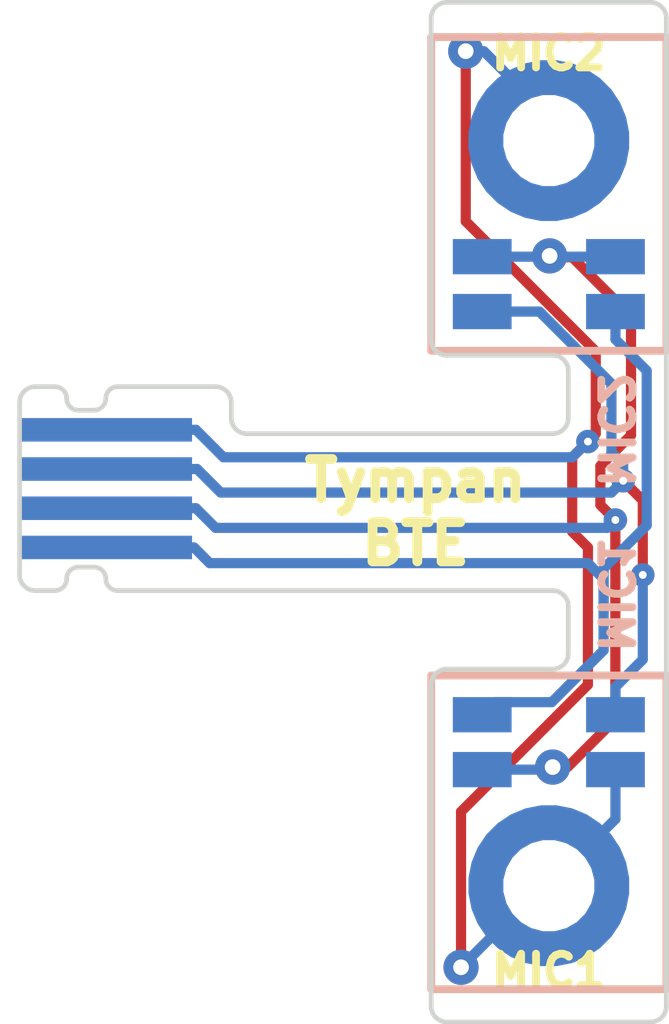
<source format=kicad_pcb>
(kicad_pcb (version 20171130) (host pcbnew "(5.1.4-0-10_14)")

  (general
    (thickness 1.6)
    (drawings 365)
    (tracks 89)
    (zones 0)
    (modules 3)
    (nets 5)
  )

  (page USLetter)
  (title_block
    (title "Tympan BTE Flex Circuit Board")
    (date 2019-09-18)
    (rev V1)
    (company "Solutions Design & Prototyping")
  )

  (layers
    (0 F.Cu signal)
    (31 B.Cu signal)
    (32 B.Adhes user)
    (33 F.Adhes user)
    (34 B.Paste user)
    (35 F.Paste user)
    (36 B.SilkS user)
    (37 F.SilkS user)
    (38 B.Mask user)
    (39 F.Mask user)
    (40 Dwgs.User user)
    (41 Cmts.User user hide)
    (42 Eco1.User user)
    (43 Eco2.User user hide)
    (44 Edge.Cuts user)
    (45 Margin user)
    (46 B.CrtYd user)
    (47 F.CrtYd user)
    (48 B.Fab user hide)
    (49 F.Fab user hide)
  )

  (setup
    (last_trace_width 0.13)
    (user_trace_width 0.13)
    (trace_clearance 0.0762)
    (zone_clearance 0.01)
    (zone_45_only no)
    (trace_min 0.125)
    (via_size 0.45)
    (via_drill 0.2)
    (via_min_size 0.2)
    (via_min_drill 0.1)
    (user_via 0.3 0.1)
    (uvia_size 0.3)
    (uvia_drill 0.1)
    (uvias_allowed no)
    (uvia_min_size 0.2)
    (uvia_min_drill 0.1)
    (edge_width 0.06)
    (segment_width 0.1)
    (pcb_text_width 0.125)
    (pcb_text_size 0.5 0.5)
    (mod_edge_width 0.15)
    (mod_text_size 0.5 0.5)
    (mod_text_width 0.125)
    (pad_size 0.3 2.35)
    (pad_drill 0)
    (pad_to_mask_clearance 0.051)
    (solder_mask_min_width 0.25)
    (aux_axis_origin 0 0)
    (grid_origin 124.658547 106.317462)
    (visible_elements FFFFFF7F)
    (pcbplotparams
      (layerselection 0x01474_ffffffff)
      (usegerberextensions false)
      (usegerberattributes false)
      (usegerberadvancedattributes false)
      (creategerberjobfile false)
      (excludeedgelayer true)
      (linewidth 0.100000)
      (plotframeref false)
      (viasonmask false)
      (mode 1)
      (useauxorigin false)
      (hpglpennumber 1)
      (hpglpenspeed 20)
      (hpglpendiameter 15.000000)
      (psnegative false)
      (psa4output false)
      (plotreference true)
      (plotvalue true)
      (plotinvisibletext false)
      (padsonsilk false)
      (subtractmaskfromsilk false)
      (outputformat 1)
      (mirror false)
      (drillshape 0)
      (scaleselection 1)
      (outputdirectory "plots/"))
  )

  (net 0 "")
  (net 1 VDD)
  (net 2 GND)
  (net 3 /DATA)
  (net 4 /CLK)

  (net_class Default "This is the default net class."
    (clearance 0.0762)
    (trace_width 0.13)
    (via_dia 0.45)
    (via_drill 0.2)
    (uvia_dia 0.3)
    (uvia_drill 0.1)
    (add_net /CLK)
    (add_net /DATA)
    (add_net GND)
    (add_net VDD)
  )

  (module "Tympan_BTE_Flex:10062827-0410EDHLF FPC Flex" (layer B.Cu) (tedit 5D816D8A) (tstamp 5D8183C5)
    (at 116.408547 111.217462 270)
    (path /5D12718A)
    (fp_text reference FPC1 (at 1.325 1.225 270) (layer Cmts.User)
      (effects (font (size 0.5 0.5) (thickness 0.125)) (justify mirror))
    )
    (fp_text value FPC_MALE (at 0.325 -7.775 90) (layer B.Fab)
      (effects (font (size 1 1) (thickness 0.15)) (justify mirror))
    )
    (fp_line (start 0.3 -0.75) (end 0.3 -0.95) (layer Dwgs.User) (width 0.05))
    (fp_line (start 0 -1.25) (end 0 -2.2) (layer Dwgs.User) (width 0.05))
    (fp_line (start 2.6 -1.25) (end 2.6 -2.2) (layer Dwgs.User) (width 0.05))
    (fp_line (start 0 -0.45) (end 0 -0.2) (layer Dwgs.User) (width 0.05))
    (fp_line (start 2.3 -0.75) (end 2.3 -0.95) (layer Dwgs.User) (width 0.05))
    (fp_line (start 2.6 -0.2) (end 2.6 -0.45) (layer Dwgs.User) (width 0.05))
    (fp_line (start 0.2 0) (end 2.4 0) (layer Dwgs.User) (width 0.05))
    (fp_arc (start 2.45 -1.25) (end 2.6 -1.25) (angle 90) (layer Dwgs.User) (width 0.05))
    (fp_arc (start 2.45 -0.95) (end 2.3 -0.95) (angle 90) (layer Dwgs.User) (width 0.05))
    (fp_arc (start 2.45 -0.75) (end 2.45 -0.6) (angle 90) (layer Dwgs.User) (width 0.05))
    (fp_arc (start 2.45 -0.45) (end 2.45 -0.6) (angle 90) (layer Dwgs.User) (width 0.05))
    (fp_arc (start 2.4 -0.2) (end 2.6 -0.2) (angle 90) (layer Dwgs.User) (width 0.05))
    (fp_arc (start 0.2 -0.2) (end 0.2 0) (angle 90) (layer Dwgs.User) (width 0.05))
    (fp_arc (start 0.15 -0.95) (end 0.15 -1.1) (angle 90) (layer Dwgs.User) (width 0.05))
    (fp_arc (start 0.15 -1.25) (end 0.15 -1.1) (angle 90) (layer Dwgs.User) (width 0.05))
    (fp_arc (start 0.15 -0.75) (end 0.3 -0.75) (angle 90) (layer Dwgs.User) (width 0.05))
    (fp_arc (start 0.15 -0.45) (end 0 -0.45) (angle 90) (layer Dwgs.User) (width 0.05))
    (fp_line (start 2.6 -2.2) (end 0 -2.2) (layer Dwgs.User) (width 0.05))
    (pad 1 smd rect (at 2.05 -1.1 270) (size 0.3 2.2) (layers B.Cu B.Mask)
      (net 3 /DATA))
    (pad 2 smd rect (at 1.55 -1.1 270) (size 0.3 2.2) (layers B.Cu B.Mask)
      (net 1 VDD))
    (pad 3 smd rect (at 1.05 -1.1 270) (size 0.3 2.2) (layers B.Cu B.Mask)
      (net 4 /CLK))
    (pad 4 smd rect (at 0.55 -1.1 270) (size 0.3 2.2) (layers B.Cu B.Mask)
      (net 2 GND))
  )

  (module Tympan_BTE_Flex:IM69D130 (layer B.Cu) (tedit 5D12901D) (tstamp 5D13D451)
    (at 123.16 117.58 270)
    (path /5D1271E0)
    (fp_text reference MIC1 (at 1.087462 0.001453) (layer F.SilkS)
      (effects (font (size 0.4 0.4) (thickness 0.1)))
    )
    (fp_text value IM69D130 (at -0.5 -2.5 270) (layer B.Fab)
      (effects (font (size 1 1) (thickness 0.15)) (justify mirror))
    )
    (fp_line (start -2.68 -1.5) (end -2.68 1.5) (layer B.SilkS) (width 0.1))
    (fp_line (start 1.32 -1.5) (end -2.68 -1.5) (layer B.SilkS) (width 0.1))
    (fp_line (start 1.32 1.5) (end 1.32 -1.5) (layer B.SilkS) (width 0.1))
    (fp_line (start -2.68 1.5) (end 1.32 1.5) (layer B.SilkS) (width 0.1))
    (fp_arc (start 0 0) (end -0.123853 0.794518) (angle 25) (layer B.Paste) (width 0.4))
    (fp_arc (start 0 0) (end 0.626146 0.504519) (angle 25) (layer B.Paste) (width 0.4))
    (fp_arc (start 0 0) (end 0.749999 -0.289999) (angle 25) (layer B.Paste) (width 0.4))
    (fp_arc (start 0 0) (end 0.123853 -0.794518) (angle 25) (layer B.Paste) (width 0.4))
    (fp_arc (start 0 0) (end -0.626146 -0.504519) (angle 25) (layer B.Paste) (width 0.4))
    (fp_arc (start 0 0) (end -0.749999 0.289999) (angle 25) (layer B.Paste) (width 0.4))
    (fp_line (start -1.48 0.75) (end -1.48 0.95) (layer B.Paste) (width 0.4))
    (fp_line (start -1.48 -0.95) (end -1.48 -0.75) (layer B.Paste) (width 0.4))
    (fp_line (start -2.18 -0.95) (end -2.18 -0.75) (layer B.Paste) (width 0.4))
    (fp_line (start -2.18 0.75) (end -2.18 0.95) (layer B.Paste) (width 0.4))
    (pad "" np_thru_hole circle (at 0 0 270) (size 0.8 0.8) (drill 0.8) (layers *.Cu *.Mask))
    (pad 5 smd custom (at 0.805 0 270) (size 0.4 0.4) (layers B.Cu B.Mask)
      (net 2 GND) (zone_connect 0)
      (options (clearance outline) (anchor circle))
      (primitives
        (gr_circle (center -0.805 0) (end 0 0) (width 0.45))
      ))
    (pad 4 smd rect (at -1.48 -0.85 270) (size 0.45 0.75) (layers B.Cu B.Mask)
      (net 2 GND))
    (pad 3 smd rect (at -2.18 -0.85 270) (size 0.45 0.75) (layers B.Cu B.Mask)
      (net 4 /CLK))
    (pad 2 smd rect (at -1.48 0.85 270) (size 0.45 0.75) (layers B.Cu B.Mask)
      (net 1 VDD))
    (pad 1 smd rect (at -2.18 0.85 270) (size 0.45 0.75) (layers B.Cu B.Mask)
      (net 3 /DATA))
  )

  (module Tympan_BTE_Flex:IM69D130 (layer B.Cu) (tedit 5D129002) (tstamp 5D129DEB)
    (at 123.16 108.76 90)
    (path /5D1272AA)
    (fp_text reference MIC2 (at 1.792538 -0.001453 180) (layer F.SilkS)
      (effects (font (size 0.4 0.4) (thickness 0.1)))
    )
    (fp_text value IM69D130 (at -0.5 -2.5 90) (layer B.Fab)
      (effects (font (size 1 1) (thickness 0.15)) (justify mirror))
    )
    (fp_line (start -2 -1.5) (end -2 1.5) (layer B.SilkS) (width 0.1))
    (fp_line (start 2 -1.5) (end -2 -1.5) (layer B.SilkS) (width 0.1))
    (fp_line (start 2 1.5) (end 2 -1.5) (layer B.SilkS) (width 0.1))
    (fp_line (start -2 1.5) (end 2 1.5) (layer B.SilkS) (width 0.1))
    (fp_arc (start 0.68 0) (end 0.556147 0.794518) (angle 25) (layer B.Paste) (width 0.4))
    (fp_arc (start 0.68 0) (end 1.306146 0.504519) (angle 25) (layer B.Paste) (width 0.4))
    (fp_arc (start 0.68 0) (end 1.429999 -0.289999) (angle 25) (layer B.Paste) (width 0.4))
    (fp_arc (start 0.68 0) (end 0.803853 -0.794518) (angle 25) (layer B.Paste) (width 0.4))
    (fp_arc (start 0.68 0) (end 0.053854 -0.504519) (angle 25) (layer B.Paste) (width 0.4))
    (fp_arc (start 0.68 0) (end -0.069999 0.289999) (angle 25) (layer B.Paste) (width 0.4))
    (fp_line (start -0.8 0.75) (end -0.8 0.95) (layer B.Paste) (width 0.4))
    (fp_line (start -0.8 -0.95) (end -0.8 -0.75) (layer B.Paste) (width 0.4))
    (fp_line (start -1.5 -0.95) (end -1.5 -0.75) (layer B.Paste) (width 0.4))
    (fp_line (start -1.5 0.75) (end -1.5 0.95) (layer B.Paste) (width 0.4))
    (pad "" np_thru_hole circle (at 0.68 0 90) (size 0.8 0.8) (drill 0.8) (layers *.Cu *.Mask))
    (pad 5 smd custom (at 1.485 0 90) (size 0.4 0.4) (layers B.Cu B.Mask)
      (net 2 GND) (zone_connect 0)
      (options (clearance outline) (anchor circle))
      (primitives
        (gr_circle (center -0.805 0) (end 0 0) (width 0.45))
      ))
    (pad 4 smd rect (at -0.8 -0.85 90) (size 0.45 0.75) (layers B.Cu B.Mask)
      (net 1 VDD))
    (pad 3 smd rect (at -1.5 -0.85 90) (size 0.45 0.75) (layers B.Cu B.Mask)
      (net 4 /CLK))
    (pad 2 smd rect (at -0.8 0.85 90) (size 0.45 0.75) (layers B.Cu B.Mask)
      (net 1 VDD))
    (pad 1 smd rect (at -1.5 0.85 90) (size 0.45 0.75) (layers B.Cu B.Mask)
      (net 3 /DATA))
  )

  (gr_text 2mm (at 125.058547 112.817462 270) (layer Eco2.User)
    (effects (font (size 0.5 0.5) (thickness 0.125)))
  )
  (gr_text 8.25mm (at 120.358547 121.467462) (layer Eco2.User)
    (effects (font (size 0.5 0.5) (thickness 0.125)))
  )
  (gr_text 2.7mm (at 117.908547 107.767462) (layer Eco2.User)
    (effects (font (size 0.5 0.5) (thickness 0.125)))
  )
  (gr_line (start 119.108547 113.817462) (end 117.658547 113.817462) (layer Eco1.User) (width 0.06) (tstamp 5D81846D))
  (gr_line (start 119.108547 111.417462) (end 119.108547 113.817462) (layer Eco1.User) (width 0.06))
  (gr_line (start 116.408547 111.417462) (end 116.408547 113.617462) (layer Eco1.User) (width 0.06) (tstamp 5D81846A))
  (gr_arc (start 116.608547 111.417462) (end 116.608547 111.217462) (angle -90) (layer Eco1.User) (width 0.06) (tstamp 5D818466))
  (gr_line (start 116.858547 111.217462) (end 116.608547 111.217462) (layer Eco1.User) (width 0.06) (tstamp 5D818462))
  (gr_arc (start 116.858547 111.367462) (end 117.008547 111.367462) (angle -90) (layer Eco1.User) (width 0.06) (tstamp 5D81845E))
  (gr_line (start 117.158547 111.517462) (end 117.358547 111.517462) (layer Eco1.User) (width 0.06) (tstamp 5D818459))
  (gr_line (start 117.158547 113.517462) (end 117.358547 113.517462) (layer Eco1.User) (width 0.06) (tstamp 5D818441))
  (gr_line (start 116.608547 113.817462) (end 116.858547 113.817462) (layer Eco1.User) (width 0.06) (tstamp 5D818440))
  (gr_arc (start 117.358547 113.667462) (end 117.508547 113.667462) (angle -90) (layer Eco1.User) (width 0.06) (tstamp 5D81843F))
  (gr_arc (start 117.158547 113.667462) (end 117.158547 113.517462) (angle -90) (layer Eco1.User) (width 0.06) (tstamp 5D81843E))
  (gr_arc (start 116.858547 113.667462) (end 116.858547 113.817462) (angle -90) (layer Eco1.User) (width 0.06) (tstamp 5D81843D))
  (gr_arc (start 116.608547 113.617462) (end 116.408547 113.617462) (angle -90) (layer Eco1.User) (width 0.06) (tstamp 5D81843C))
  (gr_arc (start 117.658547 113.667462) (end 117.508547 113.667462) (angle -90) (layer Eco1.User) (width 0.06) (tstamp 5D81843B))
  (gr_arc (start 118.908547 111.417462) (end 119.108547 111.417462) (angle -90) (layer Eco1.User) (width 0.06) (tstamp 5D818438))
  (gr_arc (start 117.358547 111.367462) (end 117.358547 111.517462) (angle -90) (layer Eco1.User) (width 0.06) (tstamp 5D81842B))
  (gr_arc (start 117.658547 111.367462) (end 117.658547 111.217462) (angle -90) (layer Eco1.User) (width 0.06) (tstamp 5D81842A))
  (gr_line (start 117.658547 111.217462) (end 118.908547 111.217462) (layer Edge.Cuts) (width 0.06) (tstamp 5D818429))
  (gr_arc (start 117.158547 111.367462) (end 117.008547 111.367462) (angle -90) (layer Eco1.User) (width 0.06) (tstamp 5D818423))
  (gr_line (start 119.308547 111.817462) (end 123.208547 111.817462) (layer Edge.Cuts) (width 0.06) (tstamp 5D818421))
  (gr_line (start 119.108547 111.417462) (end 119.108547 111.617462) (layer Edge.Cuts) (width 0.06) (tstamp 5D818420))
  (gr_arc (start 119.308547 111.617462) (end 119.108547 111.617462) (angle -90) (layer Edge.Cuts) (width 0.06))
  (gr_line (start 117.658547 111.217462) (end 118.908547 111.217462) (layer Eco1.User) (width 0.06) (tstamp 5D81841F))
  (gr_arc (start 118.908547 111.417462) (end 119.108547 111.417462) (angle -90) (layer Edge.Cuts) (width 0.06))
  (gr_line (start 119.108547 111.217462) (end 119.108547 112.167462) (layer Cmts.User) (width 0.06))
  (gr_line (start 117.658547 113.817462) (end 123.208547 113.817462) (layer Edge.Cuts) (width 0.06) (tstamp 5D818419))
  (gr_line (start 117.158547 113.517462) (end 117.358547 113.517462) (layer Edge.Cuts) (width 0.06) (tstamp 5D818418))
  (gr_line (start 116.608547 113.817462) (end 116.858547 113.817462) (layer Edge.Cuts) (width 0.06) (tstamp 5D818417))
  (gr_line (start 116.408547 111.417462) (end 116.408547 113.617462) (layer Edge.Cuts) (width 0.06) (tstamp 5D818416))
  (gr_line (start 116.858547 111.217462) (end 116.608547 111.217462) (layer Edge.Cuts) (width 0.06) (tstamp 5D818415))
  (gr_line (start 117.158547 111.517462) (end 117.358547 111.517462) (layer Edge.Cuts) (width 0.06) (tstamp 5D818414))
  (gr_arc (start 117.658547 111.367462) (end 117.658547 111.217462) (angle -90) (layer Edge.Cuts) (width 0.06))
  (gr_arc (start 117.358547 111.367462) (end 117.358547 111.517462) (angle -90) (layer Edge.Cuts) (width 0.06))
  (gr_arc (start 117.158547 111.367462) (end 117.008547 111.367462) (angle -90) (layer Edge.Cuts) (width 0.06))
  (gr_arc (start 116.858547 111.367462) (end 117.008547 111.367462) (angle -90) (layer Edge.Cuts) (width 0.06))
  (gr_arc (start 116.608547 111.417462) (end 116.608547 111.217462) (angle -90) (layer Edge.Cuts) (width 0.06))
  (gr_arc (start 116.608547 113.617462) (end 116.408547 113.617462) (angle -90) (layer Edge.Cuts) (width 0.06))
  (gr_arc (start 116.858547 113.667462) (end 116.858547 113.817462) (angle -90) (layer Edge.Cuts) (width 0.06))
  (gr_arc (start 117.158547 113.667462) (end 117.158547 113.517462) (angle -90) (layer Edge.Cuts) (width 0.06))
  (gr_arc (start 117.358547 113.667462) (end 117.508547 113.667462) (angle -90) (layer Edge.Cuts) (width 0.06))
  (gr_arc (start 117.658547 113.667462) (end 117.508547 113.667462) (angle -90) (layer Edge.Cuts) (width 0.06))
  (gr_line (start 116.408547 111.017462) (end 116.408547 113.967462) (layer Cmts.User) (width 0.05))
  (gr_line (start 123.408617 111.011013) (end 123.408547 111.617462) (layer Edge.Cuts) (width 0.06) (tstamp 5D81834B))
  (gr_arc (start 123.208547 111.617462) (end 123.208547 111.817462) (angle -90) (layer Edge.Cuts) (width 0.06))
  (gr_line (start 117.813593 113.77629) (end 116.742015 116.771683) (layer Eco2.User) (width 0.06) (tstamp 5D817AB3))
  (gr_line (start 118.814119 117.66159) (end 116.614119 117.66159) (layer Eco2.User) (width 0.06) (tstamp 5D817AEC))
  (gr_line (start 116.614119 117.66159) (end 116.034344 117.66159) (layer Eco2.User) (width 0.06) (tstamp 5D817AB6))
  (gr_line (start 118.814119 113.543806) (end 118.814119 118.058465) (layer Eco2.User) (width 0.06) (tstamp 5D817AC8))
  (gr_line (start 116.614119 113.743806) (end 116.614119 118.058465) (layer Eco2.User) (width 0.06) (tstamp 5D817AC5))
  (gr_line (start 116.334059 113.385056) (end 116.334059 112.591306) (layer Eco2.User) (width 0.06) (tstamp 5D817ADD))
  (gr_line (start 116.334059 115.85988) (end 116.334059 113.785056) (layer Eco2.User) (width 0.06) (tstamp 5D817ADA))
  (gr_line (start 115.540309 115.85988) (end 116.334059 115.85988) (layer Eco2.User) (width 0.06) (tstamp 5D817AE9))
  (gr_line (start 116.655369 113.785056) (end 115.937184 113.785056) (layer Eco2.User) (width 0.06) (tstamp 5D817AE6))
  (gr_line (start 116.455369 113.385056) (end 115.937184 113.385056) (layer Eco2.User) (width 0.06) (tstamp 5D817AD7))
  (gr_arc (start 122.207196 115.386843) (end 122.207196 115.186843) (angle -180) (layer Eco2.User) (width 0.06) (tstamp 5D81729A))
  (gr_line (start 122.207196 115.586843) (end 122.407196 115.586843) (layer Eco2.User) (width 0.06) (tstamp 5D817297))
  (gr_arc (start 122.407196 115.386843) (end 122.407196 115.586843) (angle -180) (layer Eco2.User) (width 0.06) (tstamp 5D817294))
  (gr_arc (start 123.157196 108.067274) (end 124.105644 107.750342) (angle -23.04497563) (layer Eco2.User) (width 0.06) (tstamp 5D817291))
  (gr_arc (start 123.756153 107.536943) (end 123.905892 107.40436) (angle -180) (layer Eco2.User) (width 0.06) (tstamp 5D81728E))
  (gr_arc (start 123.316998 108.851151) (end 123.356949 109.047121) (angle -180) (layer Eco2.User) (width 0.06) (tstamp 5D8172FA))
  (gr_arc (start 123.157196 108.067274) (end 122.408501 107.40436) (angle -23.04497563) (layer Eco2.User) (width 0.06) (tstamp 5D8172F7))
  (gr_arc (start 123.157196 108.067274) (end 123.037345 108.655182) (angle -23.04497563) (layer Eco2.User) (width 0.06) (tstamp 5D8172F4))
  (gr_arc (start 122.207196 109.547274) (end 122.207196 109.347274) (angle -180) (layer Eco2.User) (width 0.06) (tstamp 5D8172F1))
  (gr_arc (start 123.907196 110.247274) (end 123.907196 110.047274) (angle -180) (layer Eco2.User) (width 0.06) (tstamp 5D8172EE))
  (gr_line (start 124.107196 110.047274) (end 123.907196 110.047274) (layer Eco2.User) (width 0.06) (tstamp 5D8172EB))
  (gr_line (start 122.207196 109.747274) (end 122.407196 109.747274) (layer Eco2.User) (width 0.06) (tstamp 5D8172E8))
  (gr_line (start 123.907196 110.447274) (end 124.107196 110.447274) (layer Eco2.User) (width 0.06) (tstamp 5D8172E5))
  (gr_arc (start 124.107196 110.247274) (end 124.107196 110.447274) (angle -180) (layer Eco2.User) (width 0.06) (tstamp 5D8172E2))
  (gr_line (start 122.407196 109.347274) (end 122.207196 109.347274) (layer Eco2.User) (width 0.06) (tstamp 5D8172DF))
  (gr_arc (start 122.407196 109.547274) (end 122.407196 109.747274) (angle -180) (layer Eco2.User) (width 0.06) (tstamp 5D8172DC))
  (gr_line (start 121.689126 111.785056) (end 121.689126 113.785056) (layer Eco2.User) (width 0.06) (tstamp 5D8172D9))
  (gr_line (start 119.742587 113.785056) (end 119.742587 111.785056) (layer Eco2.User) (width 0.06) (tstamp 5D8172D6))
  (gr_line (start 124.657196 114.564425) (end 123.407196 114.564425) (layer Eco2.User) (width 0.06) (tstamp 5D8172D3))
  (gr_line (start 123.407196 111.037689) (end 124.657196 111.037689) (layer Eco2.User) (width 0.06) (tstamp 5D8172D0))
  (gr_line (start 123.157196 105.876579) (end 124.657196 105.876579) (layer Eco2.User) (width 0.06) (tstamp 5D8172CD))
  (gr_line (start 124.657196 105.876579) (end 125.397669 105.876579) (layer Eco2.User) (width 0.06) (tstamp 5D8172CA))
  (gr_line (start 123.157196 106.188524) (end 123.157196 105.479704) (layer Eco2.User) (width 0.06) (tstamp 5D8172C7))
  (gr_line (start 124.657196 106.358524) (end 124.657196 105.479704) (layer Eco2.User) (width 0.06) (tstamp 5D8172C4))
  (gr_line (start 119.264119 108.647233) (end 118.144786 108.647233) (layer Eco2.User) (width 0.06) (tstamp 5D8172C1))
  (gr_line (start 116.614119 108.647233) (end 117.118423 108.647233) (layer Eco2.User) (width 0.06) (tstamp 5D8172BE))
  (gr_line (start 119.264119 111.226306) (end 119.264119 108.250358) (layer Eco2.User) (width 0.06) (tstamp 5D8172BB))
  (gr_line (start 116.614119 111.226306) (end 116.614119 108.250358) (layer Eco2.User) (width 0.06) (tstamp 5D8172B8))
  (gr_line (start 124.657196 120.566843) (end 120.834443 120.566843) (layer Eco2.User) (width 0.06) (tstamp 5D8172B5))
  (gr_line (start 116.614119 120.566843) (end 119.80808 120.566843) (layer Eco2.User) (width 0.06) (tstamp 5D8172B2))
  (gr_line (start 124.657196 119.275593) (end 124.657196 120.963718) (layer Eco2.User) (width 0.06) (tstamp 5D8172AF))
  (gr_line (start 116.614119 113.743806) (end 116.614119 120.963718) (layer Eco2.User) (width 0.06) (tstamp 5D8172AC))
  (gr_line (start 125.907196 119.316843) (end 125.907196 116.866951) (layer Eco2.User) (width 0.06) (tstamp 5D81752E))
  (gr_line (start 125.907196 113.785056) (end 125.907196 116.236912) (layer Eco2.User) (width 0.06) (tstamp 5D81752B))
  (gr_line (start 124.615946 119.316843) (end 126.304071 119.316843) (layer Eco2.User) (width 0.06) (tstamp 5D817528))
  (gr_line (start 123.365946 113.785056) (end 126.304071 113.785056) (layer Eco2.User) (width 0.06) (tstamp 5D8174EF))
  (gr_line (start 128.907196 119.316843) (end 128.907196 116.465456) (layer Eco2.User) (width 0.06) (tstamp 5D8174EC))
  (gr_line (start 128.907196 114.816843) (end 128.907196 115.835417) (layer Eco2.User) (width 0.06) (tstamp 5D8174E9))
  (gr_line (start 124.615946 119.316843) (end 129.304071 119.316843) (layer Eco2.User) (width 0.06) (tstamp 5D8174E6))
  (gr_line (start 123.365946 114.816843) (end 129.304071 114.816843) (layer Eco2.User) (width 0.06) (tstamp 5D8174E3))
  (gr_line (start 128.907196 114.816843) (end 128.907196 113.103114) (layer Eco2.User) (width 0.06) (tstamp 5D8174E0))
  (gr_line (start 128.907196 110.817274) (end 128.907196 112.473074) (layer Eco2.User) (width 0.06) (tstamp 5D8174DD))
  (gr_line (start 113.864119 113.785056) (end 113.864119 112.800075) (layer Eco2.User) (width 0.06) (tstamp 5D8174DA))
  (gr_line (start 113.864119 111.185056) (end 113.864119 112.170036) (layer Eco2.User) (width 0.06) (tstamp 5D8174D7))
  (gr_line (start 116.655369 113.785056) (end 113.467244 113.785056) (layer Eco2.User) (width 0.06) (tstamp 5D8174D4))
  (gr_line (start 116.655369 111.185056) (end 113.467244 111.185056) (layer Eco2.User) (width 0.06) (tstamp 5D8174D1))
  (gr_line (start 116.614119 109.620076) (end 115.714274 109.620076) (layer Eco2.User) (width 0.06) (tstamp 5D8174CE))
  (gr_line (start 117.714119 109.620076) (end 116.614119 109.620076) (layer Eco2.User) (width 0.06) (tstamp 5D8174CB))
  (gr_line (start 116.614119 111.226306) (end 116.614119 109.223201) (layer Eco2.User) (width 0.06) (tstamp 5D8174C8))
  (gr_line (start 117.714119 111.176306) (end 117.714119 109.223201) (layer Eco2.User) (width 0.06) (tstamp 5D8174C5))
  (gr_line (start 115.772793 113.085056) (end 115.772793 112.291306) (layer Eco2.User) (width 0.06) (tstamp 5D8174C2))
  (gr_line (start 115.772793 115.094721) (end 115.772793 113.385056) (layer Eco2.User) (width 0.06) (tstamp 5D8174BF))
  (gr_line (start 114.979043 115.094721) (end 115.772793 115.094721) (layer Eco2.User) (width 0.06) (tstamp 5D8174BC))
  (gr_line (start 123.365946 114.816843) (end 129.304071 114.816843) (layer Eco2.User) (width 0.06) (tstamp 5D8174B9))
  (gr_line (start 123.365946 110.817274) (end 129.304071 110.817274) (layer Eco2.User) (width 0.06) (tstamp 5D8174B6))
  (gr_line (start 116.742015 116.771683) (end 115.948265 116.771683) (layer Eco2.User) (width 0.06) (tstamp 5D8174B3))
  (gr_arc (start 122.207196 110.247274) (end 122.207196 110.047274) (angle -180) (layer Eco2.User) (width 0.06) (tstamp 5D8174B0))
  (gr_line (start 122.207196 110.447274) (end 122.407196 110.447274) (layer Eco2.User) (width 0.06) (tstamp 5D8174AD))
  (gr_arc (start 122.407196 110.247274) (end 122.407196 110.447274) (angle -180) (layer Eco2.User) (width 0.06) (tstamp 5D8174AA))
  (gr_arc (start 122.997394 107.283397) (end 122.957444 107.087428) (angle -180) (layer Eco2.User) (width 0.06) (tstamp 5D8174A7))
  (gr_arc (start 122.407196 116.086843) (end 122.407196 116.286843) (angle -180) (layer Eco2.User) (width 0.06) (tstamp 5D8174A4))
  (gr_arc (start 123.316998 107.283397) (end 123.277048 107.479367) (angle -180) (layer Eco2.User) (width 0.06) (tstamp 5D8174A1))
  (gr_arc (start 123.157196 117.566843) (end 123.905892 118.229757) (angle -23.04497563) (layer Eco2.User) (width 0.06) (tstamp 5D81749E))
  (gr_arc (start 123.157196 108.067274) (end 123.606414 108.465023) (angle -23.04497563) (layer Eco2.User) (width 0.06) (tstamp 5D81749B))
  (gr_arc (start 122.997394 118.35072) (end 123.037345 118.154751) (angle -180) (layer Eco2.User) (width 0.06) (tstamp 5D817498))
  (gr_arc (start 123.157196 108.067274) (end 122.588127 108.257434) (angle -23.04497563) (layer Eco2.User) (width 0.06) (tstamp 5D817495))
  (gr_arc (start 122.398438 108.32082) (end 122.588127 108.257434) (angle -180) (layer Eco2.User) (width 0.06) (tstamp 5D817492))
  (gr_arc (start 123.157196 108.067274) (end 123.905892 108.730188) (angle -23.04497563) (layer Eco2.User) (width 0.06) (tstamp 5D81748F))
  (gr_arc (start 123.915955 108.32082) (end 124.105644 108.384207) (angle -180) (layer Eco2.User) (width 0.06) (tstamp 5D81748C))
  (gr_arc (start 123.756153 108.597606) (end 123.606414 108.465023) (angle -180) (layer Eco2.User) (width 0.06) (tstamp 5D817489))
  (gr_line (start 123.907196 115.586843) (end 124.107196 115.586843) (layer Eco2.User) (width 0.06) (tstamp 5D817486))
  (gr_arc (start 123.157196 108.067274) (end 122.707979 107.669526) (angle -23.04497563) (layer Eco2.User) (width 0.06) (tstamp 5D817483))
  (gr_arc (start 123.907196 115.386843) (end 123.907196 115.186843) (angle -180) (layer Eco2.User) (width 0.06) (tstamp 5D817480))
  (gr_arc (start 123.915955 117.820389) (end 124.105644 117.883776) (angle -180) (layer Eco2.User) (width 0.06) (tstamp 5D81747D))
  (gr_arc (start 124.107196 115.386843) (end 124.107196 115.586843) (angle -180) (layer Eco2.User) (width 0.06) (tstamp 5D81747A))
  (gr_line (start 122.407196 115.886843) (end 122.207196 115.886843) (layer Eco2.User) (width 0.06) (tstamp 5D817477))
  (gr_arc (start 122.207196 116.086843) (end 122.207196 115.886843) (angle -180) (layer Eco2.User) (width 0.06) (tstamp 5D817474))
  (gr_line (start 122.207196 116.286843) (end 122.407196 116.286843) (layer Eco2.User) (width 0.06) (tstamp 5D817471))
  (gr_arc (start 123.316998 116.782966) (end 123.277048 116.978935) (angle -180) (layer Eco2.User) (width 0.06) (tstamp 5D81746E))
  (gr_arc (start 122.55824 117.036512) (end 122.707979 117.169095) (angle -180) (layer Eco2.User) (width 0.06) (tstamp 5D81746B))
  (gr_arc (start 123.157196 117.566843) (end 123.606414 117.964592) (angle -23.04497563) (layer Eco2.User) (width 0.06) (tstamp 5D817468))
  (gr_arc (start 123.756153 118.097174) (end 123.606414 117.964592) (angle -180) (layer Eco2.User) (width 0.06) (tstamp 5D817465))
  (gr_arc (start 123.157196 117.566843) (end 122.588127 117.757003) (angle -23.04497563) (layer Eco2.User) (width 0.06) (tstamp 5D817462))
  (gr_arc (start 122.997394 116.782966) (end 122.957444 116.586997) (angle -180) (layer Eco2.User) (width 0.06) (tstamp 5D81745F))
  (gr_arc (start 123.915955 117.313297) (end 123.726265 117.376684) (angle -180) (layer Eco2.User) (width 0.06) (tstamp 5D8176F6))
  (gr_arc (start 123.157196 117.566843) (end 122.707979 117.169095) (angle -23.04497563) (layer Eco2.User) (width 0.06) (tstamp 5D8176F3))
  (gr_arc (start 124.107196 116.086843) (end 124.107196 116.286843) (angle -180) (layer Eco2.User) (width 0.06) (tstamp 5D8176F0))
  (gr_arc (start 122.55824 118.097174) (end 122.408501 118.229757) (angle -180) (layer Eco2.User) (width 0.06) (tstamp 5D8176ED))
  (gr_arc (start 122.55824 107.536943) (end 122.707979 107.669526) (angle -180) (layer Eco2.User) (width 0.06) (tstamp 5D8176EA))
  (gr_arc (start 122.398438 117.820389) (end 122.588127 117.757003) (angle -180) (layer Eco2.User) (width 0.06) (tstamp 5D8176E7))
  (gr_arc (start 123.157196 117.566843) (end 122.208748 117.883776) (angle -23.04497563) (layer Eco2.User) (width 0.06) (tstamp 5D8176E4))
  (gr_circle (center 123.157196 117.566843) (end 123.607196 117.566843) (layer Eco2.User) (width 0.06) (tstamp 5D8176E1))
  (gr_circle (center 123.157196 108.067274) (end 123.607196 108.067274) (layer Eco2.User) (width 0.06) (tstamp 5D8176DE))
  (gr_arc (start 123.316998 118.35072) (end 123.356949 118.54669) (angle -180) (layer Eco2.User) (width 0.06) (tstamp 5D8176DB))
  (gr_arc (start 123.157196 117.566843) (end 123.037345 118.154751) (angle -23.04497563) (layer Eco2.User) (width 0.06) (tstamp 5D8176D8))
  (gr_arc (start 123.157196 117.566843) (end 123.726265 117.376684) (angle -23.04497563) (layer Eco2.User) (width 0.06) (tstamp 5D8176D5))
  (gr_arc (start 123.157196 117.566843) (end 122.957444 118.54669) (angle -23.04497563) (layer Eco2.User) (width 0.06) (tstamp 5D8176D2))
  (gr_arc (start 122.398438 117.313297) (end 122.208748 117.249911) (angle -180) (layer Eco2.User) (width 0.06) (tstamp 5D8176CF))
  (gr_arc (start 123.915955 107.813728) (end 123.726265 107.877115) (angle -180) (layer Eco2.User) (width 0.06) (tstamp 5D8176CC))
  (gr_arc (start 123.907196 116.086843) (end 123.907196 115.886843) (angle -180) (layer Eco2.User) (width 0.06) (tstamp 5D8176C9))
  (gr_arc (start 123.157196 117.566843) (end 122.408501 116.903929) (angle -23.04497563) (layer Eco2.User) (width 0.06) (tstamp 5D8176C6))
  (gr_arc (start 123.756153 117.036512) (end 123.905892 116.903929) (angle -180) (layer Eco2.User) (width 0.06) (tstamp 5D8176C3))
  (gr_arc (start 123.157196 108.067274) (end 122.957444 109.047121) (angle -23.04497563) (layer Eco2.User) (width 0.06) (tstamp 5D8176C0))
  (gr_arc (start 122.997394 108.851151) (end 123.037345 108.655182) (angle -180) (layer Eco2.User) (width 0.06) (tstamp 5D8176BD))
  (gr_arc (start 123.157196 117.566843) (end 124.105644 117.249911) (angle -23.04497563) (layer Eco2.User) (width 0.06) (tstamp 5D8176BA))
  (gr_line (start 124.107196 115.886843) (end 123.907196 115.886843) (layer Eco2.User) (width 0.06) (tstamp 5D8176B7))
  (gr_arc (start 122.398438 107.813728) (end 122.208748 107.750342) (angle -180) (layer Eco2.User) (width 0.06) (tstamp 5D8176B4))
  (gr_line (start 123.907196 116.286843) (end 124.107196 116.286843) (layer Eco2.User) (width 0.06) (tstamp 5D8176B1))
  (gr_arc (start 123.157196 108.067274) (end 123.726265 107.877115) (angle -23.04497563) (layer Eco2.User) (width 0.06) (tstamp 5D8176AE))
  (gr_line (start 122.407196 115.186843) (end 122.207196 115.186843) (layer Eco2.User) (width 0.06) (tstamp 5D8176AB))
  (gr_line (start 117.214119 110.664164) (end 118.007869 110.664164) (layer Eco2.User) (width 0.06) (tstamp 5D8176A8))
  (gr_line (start 116.614119 110.664164) (end 115.787586 110.664164) (layer Eco2.User) (width 0.06) (tstamp 5D8176A5))
  (gr_line (start 117.214119 111.176306) (end 117.214119 110.267289) (layer Eco2.User) (width 0.06) (tstamp 5D8176A2))
  (gr_line (start 116.614119 111.226306) (end 116.614119 110.267289) (layer Eco2.User) (width 0.06) (tstamp 5D81769F))
  (gr_line (start 115.106358 112.885056) (end 115.106358 112.091306) (layer Eco2.User) (width 0.06) (tstamp 5D81769C))
  (gr_line (start 115.106358 114.373175) (end 115.106358 113.385056) (layer Eco2.User) (width 0.06) (tstamp 5D817699))
  (gr_line (start 114.312608 114.373175) (end 115.106358 114.373175) (layer Eco2.User) (width 0.06) (tstamp 5D817696))
  (gr_line (start 116.455369 112.885056) (end 114.709483 112.885056) (layer Eco2.User) (width 0.06) (tstamp 5D817693))
  (gr_line (start 116.455369 113.385056) (end 114.709483 113.385056) (layer Eco2.User) (width 0.06) (tstamp 5D817690))
  (gr_line (start 116.455369 113.385056) (end 115.375918 113.385056) (layer Eco2.User) (width 0.06) (tstamp 5D81768D))
  (gr_line (start 116.455369 113.085056) (end 115.375918 113.085056) (layer Eco2.User) (width 0.06) (tstamp 5D81768A))
  (gr_line (start 125.907196 113.785056) (end 125.907196 113.298237) (layer Eco2.User) (width 0.06) (tstamp 5D817687))
  (gr_line (start 125.907196 111.785056) (end 125.907196 112.271874) (layer Eco2.User) (width 0.06) (tstamp 5D817684))
  (gr_line (start 123.365946 113.785056) (end 126.304071 113.785056) (layer Eco2.User) (width 0.06) (tstamp 5D817681))
  (gr_line (start 123.365946 111.785056) (end 126.304071 111.785056) (layer Eco2.User) (width 0.06) (tstamp 5D81767E))
  (gr_line (start 124.657196 114.1681) (end 123.407196 114.1681) (layer Eco2.User) (width 0.06) (tstamp 5D81767B))
  (gr_line (start 123.407196 114.1681) (end 122.810891 114.1681) (layer Eco2.User) (width 0.06) (tstamp 5D817678))
  (gr_line (start 130.407196 117.566843) (end 130.407196 113.143421) (layer Eco2.User) (width 0.06) (tstamp 5D817675))
  (gr_line (start 130.407196 108.067274) (end 130.407196 112.432767) (layer Eco2.User) (width 0.06) (tstamp 5D817672))
  (gr_line (start 125.035946 117.566843) (end 130.804071 117.566843) (layer Eco2.User) (width 0.06) (tstamp 5D81766F))
  (gr_line (start 125.035946 108.067274) (end 130.804071 108.067274) (layer Eco2.User) (width 0.06) (tstamp 5D81766C))
  (gr_arc (start 130.143715 112.828402) (end 130.773754 113.143421) (angle -53.13010235) (layer Eco2.User) (width 0.06) (tstamp 5D817669))
  (gr_arc (start 130.670677 112.828402) (end 130.040638 112.513382) (angle -53.13010235) (layer Eco2.User) (width 0.06) (tstamp 5D817666))
  (gr_line (start 132.657196 106.317274) (end 132.657196 112.473074) (layer Eco2.User) (width 0.06) (tstamp 5D817663))
  (gr_line (start 132.657196 119.316843) (end 132.657196 113.103114) (layer Eco2.User) (width 0.06) (tstamp 5D817660))
  (gr_line (start 124.615946 106.317274) (end 133.054071 106.317274) (layer Eco2.User) (width 0.06) (tstamp 5D81765D))
  (gr_line (start 124.615946 119.316843) (end 133.054071 119.316843) (layer Eco2.User) (width 0.06) (tstamp 5D81765A))
  (gr_line (start 120.736115 105.542816) (end 119.942365 105.542816) (layer Eco2.User) (width 0.06) (tstamp 5D817657))
  (gr_line (start 121.706249 106.386069) (end 120.736115 105.542816) (layer Eco2.User) (width 0.06) (tstamp 5D817654))
  (gr_line (start 120.855568 106.823082) (end 120.061818 106.823082) (layer Eco2.User) (width 0.06) (tstamp 5D817651))
  (gr_line (start 122.761333 107.853282) (end 120.855568 106.823082) (layer Eco2.User) (width 0.06) (tstamp 5D81764E))
  (gr_line (start 127.407196 114.564425) (end 127.407196 113.172099) (layer Eco2.User) (width 0.06) (tstamp 5D81764B))
  (gr_line (start 127.407196 111.037689) (end 127.407196 112.461445) (layer Eco2.User) (width 0.06) (tstamp 5D817648))
  (gr_line (start 124.815946 114.564425) (end 127.804071 114.564425) (layer Eco2.User) (width 0.06) (tstamp 5D817645))
  (gr_line (start 124.815946 111.037689) (end 127.804071 111.037689) (layer Eco2.User) (width 0.06) (tstamp 5D817642))
  (gr_arc (start 127.290339 112.85708) (end 127.920378 113.172099) (angle -53.13010235) (layer Eco2.User) (width 0.06) (tstamp 5D81763F))
  (gr_arc (start 127.524054 112.85708) (end 126.894015 112.54206) (angle -53.13010235) (layer Eco2.User) (width 0.06) (tstamp 5D81763C))
  (gr_line (start 124.657196 105.067274) (end 125.909473 105.067274) (layer Eco2.User) (width 0.06) (tstamp 5D817639))
  (gr_line (start 121.657196 105.067274) (end 124.657196 105.067274) (layer Eco2.User) (width 0.06) (tstamp 5D817636))
  (gr_line (start 124.657196 106.358524) (end 124.657196 104.670399) (layer Eco2.User) (width 0.06) (tstamp 5D817633))
  (gr_line (start 121.657196 106.358524) (end 121.657196 104.670399) (layer Eco2.User) (width 0.06) (tstamp 5D817630))
  (gr_line (start 121.689126 111.785056) (end 121.689126 113.785056) (layer Eco2.User) (width 0.06) (tstamp 5D8177F8))
  (gr_line (start 119.742587 111.785056) (end 119.742587 113.785056) (layer Eco2.User) (width 0.06) (tstamp 5D8177F5))
  (gr_circle (center 123.157196 108.067274) (end 123.607196 108.067274) (layer Eco2.User) (width 0.06) (tstamp 5D8177F2))
  (gr_circle (center 123.157196 117.566843) (end 123.607196 117.566843) (layer Eco2.User) (width 0.06) (tstamp 5D8177EF))
  (gr_arc (start 124.457196 119.116843) (end 124.457196 119.316843) (angle -90) (layer Eco2.User) (width 0.06) (tstamp 5D8177EC))
  (gr_arc (start 119.064119 111.385056) (end 119.264119 111.385056) (angle -90) (layer Eco2.User) (width 0.06) (tstamp 5D8177E9))
  (gr_arc (start 121.857196 115.016843) (end 121.857196 114.816843) (angle -90) (layer Eco2.User) (width 0.06) (tstamp 5D8177E6))
  (gr_arc (start 124.457196 106.517274) (end 124.657196 106.517274) (angle -90) (layer Eco2.User) (width 0.06) (tstamp 5D8177E3))
  (gr_arc (start 117.564119 111.335056) (end 117.564119 111.485056) (angle -90) (layer Eco2.User) (width 0.06) (tstamp 5D817849))
  (gr_arc (start 121.857196 119.116843) (end 121.657196 119.116843) (angle -90) (layer Eco2.User) (width 0.06) (tstamp 5D817846))
  (gr_arc (start 121.857196 106.517274) (end 121.857196 106.317274) (angle -90) (layer Eco2.User) (width 0.06) (tstamp 5D817843))
  (gr_arc (start 121.857196 110.617274) (end 121.657196 110.617274) (angle -90) (layer Eco2.User) (width 0.06) (tstamp 5D817840))
  (gr_arc (start 117.864119 111.335056) (end 117.864119 111.185056) (angle -90) (layer Eco2.User) (width 0.06) (tstamp 5D81783D))
  (gr_arc (start 117.364119 111.335056) (end 117.214119 111.335056) (angle -90) (layer Eco2.User) (width 0.06) (tstamp 5D81783A))
  (gr_arc (start 116.814119 111.385056) (end 116.814119 111.185056) (angle -90) (layer Eco2.User) (width 0.06) (tstamp 5D817837))
  (gr_arc (start 117.064119 111.335056) (end 117.214119 111.335056) (angle -90) (layer Eco2.User) (width 0.06) (tstamp 5D817834))
  (gr_arc (start 117.064119 113.635056) (end 117.064119 113.785056) (angle -90) (layer Eco2.User) (width 0.06) (tstamp 5D817888))
  (gr_line (start 116.614119 111.385056) (end 116.614119 113.585056) (layer Eco2.User) (width 0.06) (tstamp 5D817885))
  (gr_arc (start 116.814119 113.585056) (end 116.614119 113.585056) (angle -90) (layer Eco2.User) (width 0.06) (tstamp 5D817882))
  (gr_arc (start 117.364119 113.635056) (end 117.364119 113.485056) (angle -90) (layer Eco2.User) (width 0.06) (tstamp 5D81787F))
  (gr_arc (start 117.864119 113.635056) (end 117.714119 113.635056) (angle -90) (layer Eco2.User) (width 0.06) (tstamp 5D81787C))
  (gr_arc (start 117.564119 113.635056) (end 117.714119 113.635056) (angle -90) (layer Eco2.User) (width 0.06) (tstamp 5D817879))
  (gr_arc (start 123.207196 113.985056) (end 123.407196 113.985056) (angle -90) (layer Eco2.User) (width 0.06) (tstamp 5D817876))
  (gr_line (start 124.107196 109.347274) (end 123.907196 109.347274) (layer Eco2.User) (width 0.06) (tstamp 5D817873))
  (gr_arc (start 123.207196 111.585056) (end 123.207196 111.785056) (angle -90) (layer Eco2.User) (width 0.06) (tstamp 5D817870))
  (gr_arc (start 123.157196 117.566843) (end 123.277048 116.978935) (angle -23.04497563) (layer Eco2.User) (width 0.06) (tstamp 5D81786D))
  (gr_line (start 118.814119 111.885056) (end 118.814119 111.585056) (layer Eco2.User) (width 0.06) (tstamp 5D81786A))
  (gr_line (start 116.614119 113.085056) (end 116.614119 113.385056) (layer Eco2.User) (width 0.06) (tstamp 5D817867))
  (gr_line (start 116.614119 112.085056) (end 116.614119 112.385056) (layer Eco2.User) (width 0.06) (tstamp 5D817864))
  (gr_line (start 118.814119 111.585056) (end 116.614119 111.585056) (layer Eco2.User) (width 0.06) (tstamp 5D817861))
  (gr_line (start 116.614119 111.585056) (end 116.614119 111.885056) (layer Eco2.User) (width 0.06) (tstamp 5D81785E))
  (gr_arc (start 117.364119 111.335056) (end 117.214119 111.335056) (angle -90) (layer Eco2.User) (width 0.06) (tstamp 5D81785B))
  (gr_line (start 116.614119 112.585056) (end 116.614119 112.885056) (layer Eco2.User) (width 0.06) (tstamp 5D817858))
  (gr_line (start 118.814119 112.085056) (end 116.614119 112.085056) (layer Eco2.User) (width 0.06) (tstamp 5D817855))
  (gr_line (start 118.814119 112.385056) (end 118.814119 112.085056) (layer Eco2.User) (width 0.06) (tstamp 5D817852))
  (gr_line (start 119.064119 111.185056) (end 117.864119 111.185056) (layer Eco2.User) (width 0.06) (tstamp 5D81784F))
  (gr_arc (start 117.364119 113.635056) (end 117.364119 113.485056) (angle -90) (layer Eco2.User) (width 0.06) (tstamp 5D81784C))
  (gr_line (start 116.614119 111.885056) (end 116.614119 112.085056) (layer Eco2.User) (width 0.06) (tstamp 5D81789A))
  (gr_line (start 116.614119 111.885056) (end 118.814119 111.885056) (layer Eco2.User) (width 0.06) (tstamp 5D817897))
  (gr_line (start 116.614119 111.385056) (end 116.614119 111.585056) (layer Eco2.User) (width 0.06) (tstamp 5D817894))
  (gr_arc (start 116.814119 111.385056) (end 116.814119 111.185056) (angle -90) (layer Eco2.User) (width 0.06) (tstamp 5D817891))
  (gr_line (start 117.064119 111.185056) (end 116.814119 111.185056) (layer Eco2.User) (width 0.06) (tstamp 5D81788E))
  (gr_arc (start 117.064119 111.335056) (end 117.214119 111.335056) (angle -90) (layer Eco2.User) (width 0.06) (tstamp 5D81788B))
  (gr_arc (start 121.857196 110.617274) (end 121.657196 110.617274) (angle -90) (layer Eco2.User) (width 0.06) (tstamp 5D8178B2))
  (gr_line (start 117.564119 111.485056) (end 117.364119 111.485056) (layer Eco2.User) (width 0.06) (tstamp 5D8178AF))
  (gr_arc (start 117.564119 111.335056) (end 117.564119 111.485056) (angle -90) (layer Eco2.User) (width 0.06) (tstamp 5D8178AC))
  (gr_arc (start 117.864119 111.335056) (end 117.864119 111.185056) (angle -90) (layer Eco2.User) (width 0.06) (tstamp 5D8178A9))
  (gr_line (start 123.207196 110.817274) (end 121.857196 110.817274) (layer Eco2.User) (width 0.06) (tstamp 5D8178A6))
  (gr_arc (start 119.064119 111.385056) (end 119.264119 111.385056) (angle -90) (layer Eco2.User) (width 0.06) (tstamp 5D8178A3))
  (gr_line (start 119.264119 111.585056) (end 119.264119 111.385056) (layer Eco2.User) (width 0.06) (tstamp 5D8178A0))
  (gr_arc (start 123.207196 111.585056) (end 123.207196 111.785056) (angle -90) (layer Eco2.User) (width 0.06) (tstamp 5D81789D))
  (gr_line (start 119.475103 111.785056) (end 123.207196 111.785056) (layer Eco2.User) (width 0.06) (tstamp 5D8178C4))
  (gr_arc (start 122.55824 108.597606) (end 122.408501 108.730188) (angle -180) (layer Eco2.User) (width 0.06) (tstamp 5D8178C1))
  (gr_line (start 123.407196 111.010826) (end 123.407196 111.585056) (layer Eco2.User) (width 0.06) (tstamp 5D8178BE))
  (gr_arc (start 121.857196 119.116843) (end 121.657196 119.116843) (angle -90) (layer Eco2.User) (width 0.06) (tstamp 5D8178BB))
  (gr_arc (start 121.857196 115.016843) (end 121.857196 114.816843) (angle -90) (layer Eco2.User) (width 0.06) (tstamp 5D8178B8))
  (gr_line (start 121.657196 115.016843) (end 121.657196 119.116843) (layer Eco2.User) (width 0.06) (tstamp 5D8178B5))
  (gr_line (start 121.657196 106.517274) (end 121.657196 110.617274) (layer Eco2.User) (width 0.06) (tstamp 5D817900))
  (gr_arc (start 121.857196 106.517274) (end 121.857196 106.317274) (angle -90) (layer Eco2.User) (width 0.06) (tstamp 5D8178FD))
  (gr_line (start 124.457196 106.317274) (end 121.857196 106.317274) (layer Eco2.User) (width 0.06) (tstamp 5D8178FA))
  (gr_arc (start 124.457196 106.517274) (end 124.657196 106.517274) (angle -90) (layer Eco2.User) (width 0.06) (tstamp 5D8178F7))
  (gr_line (start 124.657196 106.517274) (end 124.657196 119.116843) (layer Eco2.User) (width 0.06) (tstamp 5D8178F4))
  (gr_arc (start 124.457196 119.116843) (end 124.457196 119.316843) (angle -90) (layer Eco2.User) (width 0.06) (tstamp 5D8178F1))
  (gr_line (start 124.457196 119.316843) (end 121.857196 119.316843) (layer Eco2.User) (width 0.06) (tstamp 5D8178EE))
  (gr_arc (start 123.207196 113.985056) (end 123.407196 113.985056) (angle -90) (layer Eco2.User) (width 0.06) (tstamp 5D8178EB))
  (gr_line (start 123.207196 113.785056) (end 117.864119 113.785056) (layer Eco2.User) (width 0.06) (tstamp 5D8178E8))
  (gr_line (start 123.207196 114.816843) (end 121.857196 114.816843) (layer Eco2.User) (width 0.06) (tstamp 5D8178E5))
  (gr_line (start 118.814119 113.385056) (end 118.814119 113.085056) (layer Eco2.User) (width 0.06) (tstamp 5D8178E2))
  (gr_line (start 123.407196 114.623291) (end 123.407196 113.985056) (layer Eco2.User) (width 0.06) (tstamp 5D8178DF))
  (gr_arc (start 117.564119 113.635056) (end 117.714119 113.635056) (angle -90) (layer Eco2.User) (width 0.06) (tstamp 5D8178DC))
  (gr_arc (start 117.864119 113.635056) (end 117.714119 113.635056) (angle -90) (layer Eco2.User) (width 0.06) (tstamp 5D8178D9))
  (gr_line (start 116.814119 113.785056) (end 117.064119 113.785056) (layer Eco2.User) (width 0.06) (tstamp 5D8178D6))
  (gr_line (start 118.814119 112.885056) (end 118.814119 112.585056) (layer Eco2.User) (width 0.06) (tstamp 5D8178D3))
  (gr_line (start 117.364119 113.485056) (end 117.564119 113.485056) (layer Eco2.User) (width 0.06) (tstamp 5D8178D0))
  (gr_arc (start 123.157196 108.067274) (end 122.208748 108.384207) (angle -23.04497563) (layer Eco2.User) (width 0.06) (tstamp 5D8178CD))
  (gr_arc (start 117.064119 113.635056) (end 117.064119 113.785056) (angle -90) (layer Eco2.User) (width 0.06) (tstamp 5D8178CA))
  (gr_arc (start 116.814119 113.585056) (end 116.614119 113.585056) (angle -90) (layer Eco2.User) (width 0.06) (tstamp 5D8178C7))
  (gr_line (start 116.614119 113.385056) (end 116.614119 113.585056) (layer Eco2.User) (width 0.06) (tstamp 5D81790F))
  (gr_line (start 116.614119 113.385056) (end 118.814119 113.385056) (layer Eco2.User) (width 0.06) (tstamp 5D81790C))
  (gr_arc (start 123.907196 109.547274) (end 123.907196 109.347274) (angle -180) (layer Eco2.User) (width 0.06) (tstamp 5D817909))
  (gr_arc (start 123.157196 117.566843) (end 123.356949 116.586997) (angle -23.04497563) (layer Eco2.User) (width 0.06) (tstamp 5D817906))
  (gr_line (start 118.814119 113.085056) (end 116.614119 113.085056) (layer Eco2.User) (width 0.06) (tstamp 5D817903))
  (gr_line (start 116.614119 112.885056) (end 116.614119 113.085056) (layer Eco2.User) (width 0.06) (tstamp 5D817942))
  (gr_line (start 116.614119 112.885056) (end 118.814119 112.885056) (layer Eco2.User) (width 0.06) (tstamp 5D81793F))
  (gr_arc (start 123.157196 108.067274) (end 123.277048 107.479367) (angle -23.04497563) (layer Eco2.User) (width 0.06) (tstamp 5D81793C))
  (gr_line (start 118.814119 112.585056) (end 116.614119 112.585056) (layer Eco2.User) (width 0.06) (tstamp 5D817939))
  (gr_line (start 116.614119 112.385056) (end 116.614119 112.585056) (layer Eco2.User) (width 0.06) (tstamp 5D817936))
  (gr_line (start 116.614119 112.385056) (end 118.814119 112.385056) (layer Eco2.User) (width 0.06) (tstamp 5D817933))
  (gr_arc (start 123.157196 108.067274) (end 123.356949 107.087428) (angle -23.04497563) (layer Eco2.User) (width 0.06) (tstamp 5D817930))
  (gr_line (start 124.107196 115.186843) (end 123.907196 115.186843) (layer Eco2.User) (width 0.06) (tstamp 5D81792D))
  (gr_line (start 123.907196 109.747274) (end 124.107196 109.747274) (layer Eco2.User) (width 0.06) (tstamp 5D81792A))
  (gr_arc (start 124.107196 109.547274) (end 124.107196 109.747274) (angle -180) (layer Eco2.User) (width 0.06) (tstamp 5D817927))
  (gr_line (start 122.407196 110.047274) (end 122.207196 110.047274) (layer Eco2.User) (width 0.06) (tstamp 5D817924))
  (gr_text 3.0 (at 126.671804 104.870695) (layer Eco2.User) (tstamp 5D817B37)
    (effects (font (size 0.396875 0.3175) (thickness 0.06)) (justify left top))
  )
  (gr_text 0.900 (at 118.742209 106.62451) (layer Eco2.User) (tstamp 5D817B34)
    (effects (font (size 0.396875 0.3175) (thickness 0.06)) (justify left top))
  )
  (gr_text 3.53 (at 126.894015 112.6605) (layer Eco2.User) (tstamp 5D817B31)
    (effects (font (size 0.396875 0.3175) (thickness 0.06)) (justify left top))
  )
  (gr_text 0.50 (at 111.969392 114.176596) (layer Eco2.User) (tstamp 5D817B2B)
    (effects (font (size 0.396875 0.3175) (thickness 0.06)) (justify left top))
  )
  (gr_text R0.20 (at 118.594644 105.346237) (layer Eco2.User) (tstamp 5D817B25)
    (effects (font (size 0.396875 0.3175) (thickness 0.06)) (justify left top))
  )
  (gr_text 1.25 (at 121.784528 113.971521) (layer Eco2.User) (tstamp 5D817B22)
    (effects (font (size 0.396875 0.3175) (thickness 0.06)) (justify left top))
  )
  (gr_text 2x (at 121.090548 113.971521) (layer Eco2.User) (tstamp 5D817B1F)
    (effects (font (size 0.396875 0.3175) (thickness 0.06)) (justify left top))
  )
  (gr_text 2X (at 125.909473 104.870695) (layer Eco2.User) (tstamp 5D817B1C)
    (effects (font (size 0.396875 0.3175) (thickness 0.06)) (justify left top))
  )
  (gr_text 13.00 (at 131.338965 112.591515) (layer Eco2.User) (tstamp 5D817B19)
    (effects (font (size 0.396875 0.3175) (thickness 0.06)) (justify left top))
  )
  (gr_text 10X (at 117.539067 105.346237) (layer Eco2.User) (tstamp 5D817B16)
    (effects (font (size 0.396875 0.3175) (thickness 0.06)) (justify left top))
  )
  (gr_text ∅ (at 118.143672 106.630574) (layer Eco2.User) (tstamp 5D817B13)
    (effects (font (size 0.396875 0.3175) (thickness 0.06)) (justify left top))
  )
  (gr_text ±0.25 (at 132.658574 112.591515) (layer Eco2.User) (tstamp 5D817B10)
    (effects (font (size 0.396875 0.3175) (thickness 0.06)) (justify left top))
  )
  (gr_text 4X (at 111.873497 114.898142) (layer Eco2.User) (tstamp 5D817B0D)
    (effects (font (size 0.396875 0.3175) (thickness 0.06)) (justify left top))
  )
  (gr_text ±0.03 (at 112.995755 114.176596) (layer Eco2.User) (tstamp 5D817B0A)
    (effects (font (size 0.396875 0.3175) (thickness 0.06)) (justify left top))
  )
  (gr_text 0.30 (at 112.635827 114.898142) (layer Eco2.User) (tstamp 5D817B07)
    (effects (font (size 0.396875 0.3175) (thickness 0.06)) (justify left top))
  )
  (gr_text 9.5 (at 130.040638 112.631822) (layer Eco2.User) (tstamp 5D817B04)
    (effects (font (size 0.396875 0.3175) (thickness 0.06)) (justify left top))
  )
  (gr_text 2X (at 113.998892 110.467585) (layer Eco2.User) (tstamp 5D817B01)
    (effects (font (size 0.396875 0.3175) (thickness 0.06)) (justify left top))
  )
  (gr_text ±0.03 (at 113.66219 114.898142) (layer Eco2.User) (tstamp 5D817AFE)
    (effects (font (size 0.396875 0.3175) (thickness 0.06)) (justify left top))
  )
  (gr_text 3X (at 111.207061 114.176596) (layer Eco2.User) (tstamp 5D817B3A)
    (effects (font (size 0.396875 0.3175) (thickness 0.06)) (justify left top))
  )
  (gr_text 2X (at 114.072204 109.423496) (layer Eco2.User) (tstamp 5D817B49)
    (effects (font (size 0.396875 0.3175) (thickness 0.06)) (justify left top))
  )
  (gr_text "FLAT PATTERN" (at 121.12031 122.367348) (layer Eco2.User) (tstamp 5D817B6D)
    (effects (font (size 0.396875 0.3175) (thickness 0.06)) (justify left top))
  )
  (gr_text 0.60 (at 114.761223 110.467585) (layer Eco2.User) (tstamp 5D817B64)
    (effects (font (size 0.396875 0.3175) (thickness 0.06)) (justify left top))
  )
  (gr_text 1.10 (at 114.687911 109.423496) (layer Eco2.User) (tstamp 5D817B5B)
    (effects (font (size 0.396875 0.3175) (thickness 0.06)) (justify left top))
  )
  (gr_text 2.600 (at 113.204314 112.288476) (layer Eco2.User) (tstamp 5D817B6A)
    (effects (font (size 0.396875 0.3175) (thickness 0.06)) (justify left top))
  )
  (gr_text 0.40 (at 113.197093 115.663301) (layer Eco2.User) (tstamp 5D817BA6)
    (effects (font (size 0.396875 0.3175) (thickness 0.06)) (justify left top))
  )
  (gr_text ±0.08 (at 114.223456 115.663301) (layer Eco2.User) (tstamp 5D817BA3)
    (effects (font (size 0.396875 0.3175) (thickness 0.06)) (justify left top))
  )
  (gr_text 2.2 (at 114.157456 117.46501) (layer Eco2.User) (tstamp 5D817BA0)
    (effects (font (size 0.396875 0.3175) (thickness 0.06)) (justify left top))
  )
  (gr_text MIN (at 115.0394 117.46501) (layer Eco2.User) (tstamp 5D817B9D)
    (effects (font (size 0.396875 0.3175) (thickness 0.06)) (justify left top))
  )
  (gr_text 12X (at 113.838213 116.575104) (layer Eco2.User) (tstamp 5D817B70)
    (effects (font (size 0.396875 0.3175) (thickness 0.06)) (justify left top))
  )
  (gr_text R0.2 (at 114.89379 116.575104) (layer Eco2.User) (tstamp 5D817B73)
    (effects (font (size 0.396875 0.3175) (thickness 0.06)) (justify left top))
  )
  (gr_text 4.00 (at 128.394015 112.591515) (layer Eco2.User) (tstamp 5D817B79)
    (effects (font (size 0.396875 0.3175) (thickness 0.06)) (justify left top))
  )
  (gr_text 2X (at 128.01285 115.953857) (layer Eco2.User) (tstamp 5D817B76)
    (effects (font (size 0.396875 0.3175) (thickness 0.06)) (justify left top))
  )
  (gr_text 4.50 (at 128.77518 115.953857) (layer Eco2.User) (tstamp 5D817B7C)
    (effects (font (size 0.396875 0.3175) (thickness 0.06)) (justify left top))
  )
  (gr_text 5.532 (at 125.247392 116.355352) (layer Eco2.User) (tstamp 5D817B7F)
    (effects (font (size 0.396875 0.3175) (thickness 0.06)) (justify left top))
  )
  (gr_text 2.65 (at 117.118423 108.648816) (layer Eco2.User) (tstamp 5D817B82)
    (effects (font (size 0.396875 0.3175) (thickness 0.06)) (justify left top))
  )
  (gr_text 2.20 (at 125.394015 112.273457) (layer Eco2.User) (tstamp 5D817B88)
    (effects (font (size 0.396875 0.3175) (thickness 0.06)) (justify left top))
  )
  (gr_text 8.04 (at 119.80808 120.568426) (layer Eco2.User) (tstamp 5D817B8B)
    (effects (font (size 0.396875 0.3175) (thickness 0.06)) (justify left top))
  )
  (gr_text 2.80 (at 117.118423 108.135635) (layer Eco2.User) (tstamp 5D817B8E)
    (effects (font (size 0.396875 0.3175) (thickness 0.06)) (justify left top))
  )
  (gr_text ±0.3 (at 126.893116 105.68) (layer Eco2.User) (tstamp 5D817B97)
    (effects (font (size 0.396875 0.3175) (thickness 0.06)) (justify left top))
  )
  (gr_text 2X (at 125.397669 105.68) (layer Eco2.User) (tstamp 5D817B94)
    (effects (font (size 0.396875 0.3175) (thickness 0.06)) (justify left top))
  )
  (gr_text 2 (at 125.760573 112.786638) (layer Eco2.User) (tstamp 5D817B91)
    (effects (font (size 0.396875 0.3175) (thickness 0.06)) (justify left top))
  )
  (gr_text 8.44 (at 119.80808 120.055244) (layer Eco2.User) (tstamp 5D817B9A)
    (effects (font (size 0.396875 0.3175) (thickness 0.06)) (justify left top))
  )
  (gr_text 1.5 (at 126.16 105.68) (layer Eco2.User) (tstamp 5D817BA9)
    (effects (font (size 0.396875 0.3175) (thickness 0.06)) (justify left top))
  )
  (gr_poly (pts (xy 118.558547 111.217462) (xy 116.458547 111.217462) (xy 116.458547 113.817462) (xy 118.558547 113.817462)) (layer B.Mask) (width 0.15) (tstamp 5D81838D))
  (gr_text "Tympan\nBTE" (at 121.458547 112.817462) (layer F.SilkS)
    (effects (font (size 0.5 0.5) (thickness 0.125)))
  )
  (gr_text MIC2 (at 124.008547 111.767462 270) (layer B.SilkS)
    (effects (font (size 0.4 0.4) (thickness 0.1)) (justify mirror))
  )
  (gr_text MIC1 (at 124.008547 113.867462 270) (layer B.SilkS)
    (effects (font (size 0.4 0.4) (thickness 0.1)) (justify mirror))
  )
  (gr_line (start 121.658547 115.017462) (end 121.658547 119.117462) (layer Edge.Cuts) (width 0.06))
  (gr_arc (start 121.858547 119.117462) (end 121.658547 119.117462) (angle -90) (layer Edge.Cuts) (width 0.06))
  (gr_line (start 124.458547 119.317462) (end 121.858547 119.317462) (layer Edge.Cuts) (width 0.06))
  (gr_arc (start 124.458547 119.117462) (end 124.458547 119.317462) (angle -90) (layer Edge.Cuts) (width 0.06))
  (gr_line (start 124.658547 106.517462) (end 124.658547 119.117462) (layer Edge.Cuts) (width 0.06))
  (gr_line (start 123.408548 114.617462) (end 123.408547 114.017462) (layer Edge.Cuts) (width 0.06))
  (gr_arc (start 123.210216 114.619079) (end 123.208547 114.817462) (angle -90.94914104) (layer Edge.Cuts) (width 0.06))
  (gr_line (start 123.208547 114.817462) (end 121.858547 114.817462) (layer Edge.Cuts) (width 0.06))
  (gr_arc (start 121.858547 115.017462) (end 121.858547 114.817462) (angle -90) (layer Edge.Cuts) (width 0.06))
  (gr_arc (start 124.458547 106.517462) (end 124.658547 106.517462) (angle -90) (layer Edge.Cuts) (width 0.06))
  (gr_line (start 124.458547 106.317462) (end 121.858547 106.317462) (layer Edge.Cuts) (width 0.06))
  (gr_arc (start 121.858547 106.517462) (end 121.858547 106.317462) (angle -90) (layer Edge.Cuts) (width 0.06))
  (gr_line (start 121.658547 106.517462) (end 121.658547 110.617462) (layer Edge.Cuts) (width 0.06))
  (gr_arc (start 121.858547 110.617462) (end 121.658547 110.617462) (angle -90) (layer Edge.Cuts) (width 0.06))
  (gr_line (start 123.208547 110.817462) (end 121.858547 110.817462) (layer Edge.Cuts) (width 0.06))
  (gr_arc (start 123.210617 111.015502) (end 123.408617 111.011013) (angle -89.3) (layer Edge.Cuts) (width 0.06))
  (gr_arc (start 123.208547 114.017462) (end 123.408547 114.017462) (angle -90) (layer Edge.Cuts) (width 0.06))

  (via (at 123.208547 116.067462) (size 0.45) (drill 0.2) (layers F.Cu B.Cu) (net 1))
  (segment (start 122.31 116.1) (end 123.226011 116.1) (width 0.13) (layer B.Cu) (net 1))
  (segment (start 123.226011 116.1) (end 123.258547 116.067464) (width 0.13) (layer B.Cu) (net 1))
  (segment (start 123.183546 115.913546) (end 123.183546 115.992463) (width 0.13) (layer B.Cu) (net 1))
  (segment (start 123.183546 115.992463) (end 123.258547 116.067464) (width 0.13) (layer B.Cu) (net 1))
  (via (at 124.008543 112.917462) (size 0.3) (drill 0.1) (layers F.Cu B.Cu) (net 1))
  (segment (start 124.008543 113.129594) (end 124.008543 112.917462) (width 0.13) (layer F.Cu) (net 1))
  (segment (start 124.008543 115.458875) (end 124.008543 113.129594) (width 0.13) (layer F.Cu) (net 1))
  (segment (start 123.399956 116.067462) (end 124.008543 115.458875) (width 0.13) (layer F.Cu) (net 1))
  (segment (start 123.908543 113.017462) (end 124.008543 112.917462) (width 0.13) (layer B.Cu) (net 1))
  (segment (start 118.908547 113.017462) (end 123.908543 113.017462) (width 0.13) (layer B.Cu) (net 1))
  (segment (start 118.658547 112.767462) (end 118.908547 113.017462) (width 0.13) (layer B.Cu) (net 1))
  (segment (start 117.508547 112.767462) (end 118.658547 112.767462) (width 0.13) (layer B.Cu) (net 1))
  (via (at 123.170004 109.550004) (size 0.45) (drill 0.2) (layers F.Cu B.Cu) (net 1))
  (segment (start 123.160008 109.56) (end 123.170004 109.550004) (width 0.13) (layer B.Cu) (net 1))
  (segment (start 124.01 109.56) (end 123.18 109.56) (width 0.13) (layer B.Cu) (net 1))
  (segment (start 123.18 109.56) (end 123.170004 109.550004) (width 0.13) (layer B.Cu) (net 1))
  (segment (start 122.31 109.56) (end 123.160008 109.56) (width 0.13) (layer B.Cu) (net 1))
  (segment (start 123.187462 109.567462) (end 123.170004 109.550004) (width 0.13) (layer F.Cu) (net 1))
  (segment (start 123.458547 109.567462) (end 123.187462 109.567462) (width 0.13) (layer F.Cu) (net 1))
  (segment (start 124.208547 110.317462) (end 123.458547 109.567462) (width 0.13) (layer F.Cu) (net 1))
  (segment (start 124.208547 111.836484) (end 124.208547 110.317462) (width 0.13) (layer F.Cu) (net 1))
  (segment (start 123.817346 112.227685) (end 124.208547 111.836484) (width 0.13) (layer F.Cu) (net 1))
  (segment (start 123.817346 112.726265) (end 123.817346 112.227685) (width 0.13) (layer F.Cu) (net 1))
  (segment (start 124.008543 112.917462) (end 123.817346 112.726265) (width 0.13) (layer F.Cu) (net 1))
  (segment (start 123.445 118.385) (end 123.16 118.385) (width 0.13) (layer B.Cu) (net 2))
  (segment (start 124.01 117.82) (end 123.445 118.385) (width 0.13) (layer B.Cu) (net 2))
  (segment (start 123.77 116.1) (end 124.01 116.1) (width 0.13) (layer B.Cu) (net 2))
  (via (at 122.04 118.62) (size 0.45) (drill 0.2) (layers F.Cu B.Cu) (net 2))
  (segment (start 122.895 118.385) (end 123.16 118.385) (width 0.13) (layer B.Cu) (net 2))
  (segment (start 122.68 118.17) (end 122.895 118.385) (width 0.13) (layer B.Cu) (net 2))
  (segment (start 122.49 118.17) (end 122.68 118.17) (width 0.13) (layer B.Cu) (net 2))
  (segment (start 122.04 118.62) (end 122.49 118.17) (width 0.13) (layer B.Cu) (net 2))
  (segment (start 123.83 117.91) (end 123.355 118.385) (width 0.13) (layer B.Cu) (net 2))
  (segment (start 123.83 116.91) (end 123.83 117.91) (width 0.13) (layer B.Cu) (net 2))
  (segment (start 124.01 116.73) (end 123.83 116.91) (width 0.13) (layer B.Cu) (net 2))
  (segment (start 123.355 118.385) (end 123.16 118.385) (width 0.13) (layer B.Cu) (net 2))
  (segment (start 124.01 116.1) (end 124.01 116.73) (width 0.13) (layer B.Cu) (net 2))
  (via (at 122.1 106.94) (size 0.45) (drill 0.2) (layers F.Cu B.Cu) (net 2))
  (segment (start 122.665 107.275) (end 123.16 107.275) (width 0.13) (layer B.Cu) (net 2))
  (segment (start 122.33 106.94) (end 122.665 107.275) (width 0.13) (layer B.Cu) (net 2))
  (segment (start 122.1 106.94) (end 122.33 106.94) (width 0.13) (layer B.Cu) (net 2))
  (via (at 123.658547 111.917468) (size 0.3) (drill 0.1) (layers F.Cu B.Cu) (net 2))
  (segment (start 123.458553 112.117462) (end 123.658547 111.917468) (width 0.13) (layer B.Cu) (net 2))
  (segment (start 119.008547 112.117462) (end 123.458553 112.117462) (width 0.13) (layer B.Cu) (net 2))
  (segment (start 118.658547 111.767462) (end 119.008547 112.117462) (width 0.13) (layer B.Cu) (net 2))
  (segment (start 117.508547 111.767462) (end 118.658547 111.767462) (width 0.13) (layer B.Cu) (net 2))
  (segment (start 122.04 118.301802) (end 122.04 118.62) (width 0.13) (layer F.Cu) (net 2))
  (segment (start 122.04 116.636009) (end 122.04 118.301802) (width 0.13) (layer F.Cu) (net 2))
  (segment (start 123.658547 115.017462) (end 122.04 116.636009) (width 0.13) (layer F.Cu) (net 2))
  (segment (start 123.658547 113.267462) (end 123.658547 115.017462) (width 0.13) (layer F.Cu) (net 2))
  (segment (start 123.458547 113.067462) (end 123.658547 113.267462) (width 0.13) (layer F.Cu) (net 2))
  (segment (start 123.458547 112.117468) (end 123.458547 113.067462) (width 0.13) (layer F.Cu) (net 2))
  (segment (start 123.658547 111.917468) (end 123.458547 112.117468) (width 0.13) (layer F.Cu) (net 2))
  (segment (start 123.758547 111.817468) (end 123.658547 111.917468) (width 0.13) (layer F.Cu) (net 2))
  (segment (start 123.758547 110.767462) (end 123.758547 111.817468) (width 0.13) (layer F.Cu) (net 2))
  (segment (start 122.1 109.108915) (end 123.758547 110.767462) (width 0.13) (layer F.Cu) (net 2))
  (segment (start 122.1 106.94) (end 122.1 109.108915) (width 0.13) (layer F.Cu) (net 2))
  (segment (start 123.858547 114.117462) (end 123.858547 113.536482) (width 0.13) (layer B.Cu) (net 3))
  (segment (start 124.01 110.615) (end 124.01 110.26) (width 0.13) (layer B.Cu) (net 3))
  (segment (start 124.408547 111.013547) (end 124.01 110.615) (width 0.13) (layer B.Cu) (net 3))
  (segment (start 123.858547 113.536482) (end 124.408547 112.986482) (width 0.13) (layer B.Cu) (net 3))
  (segment (start 124.408547 112.986482) (end 124.408547 111.013547) (width 0.13) (layer B.Cu) (net 3))
  (segment (start 122.47 115.24) (end 122.31 115.4) (width 0.13) (layer B.Cu) (net 3))
  (segment (start 123.858547 114.579457) (end 123.198004 115.24) (width 0.13) (layer B.Cu) (net 3))
  (segment (start 123.198004 115.24) (end 122.47 115.24) (width 0.13) (layer B.Cu) (net 3))
  (segment (start 118.833547 113.467462) (end 123.658547 113.467462) (width 0.13) (layer B.Cu) (net 3))
  (segment (start 123.658547 113.467462) (end 123.858547 113.667462) (width 0.13) (layer B.Cu) (net 3))
  (segment (start 123.858547 113.667462) (end 123.858547 114.579457) (width 0.13) (layer B.Cu) (net 3))
  (segment (start 118.633547 113.267462) (end 118.833547 113.467462) (width 0.13) (layer B.Cu) (net 3))
  (segment (start 117.508547 113.267462) (end 118.633547 113.267462) (width 0.13) (layer B.Cu) (net 3))
  (via (at 124.108547 112.417458) (size 0.3) (drill 0.1) (layers F.Cu B.Cu) (net 4))
  (via (at 124.358549 113.617462) (size 0.3) (drill 0.1) (layers F.Cu B.Cu) (net 4))
  (segment (start 124.358549 114.696451) (end 124.358549 113.617462) (width 0.13) (layer B.Cu) (net 4))
  (segment (start 124.108547 112.417458) (end 124.358549 112.66746) (width 0.13) (layer F.Cu) (net 4))
  (segment (start 124.358549 113.40533) (end 124.358549 113.617462) (width 0.13) (layer F.Cu) (net 4))
  (segment (start 124.358549 112.66746) (end 124.358549 113.40533) (width 0.13) (layer F.Cu) (net 4))
  (segment (start 124.01 115.4) (end 124.01 115.045) (width 0.13) (layer B.Cu) (net 4))
  (segment (start 124.01 115.045) (end 124.358549 114.696451) (width 0.13) (layer B.Cu) (net 4))
  (segment (start 123.958548 112.567457) (end 124.108547 112.417458) (width 0.13) (layer B.Cu) (net 4))
  (segment (start 123.95854 112.567465) (end 123.958548 112.567457) (width 0.13) (layer B.Cu) (net 4))
  (segment (start 118.97355 112.567465) (end 123.95854 112.567465) (width 0.13) (layer B.Cu) (net 4))
  (segment (start 118.673547 112.267462) (end 118.97355 112.567465) (width 0.13) (layer B.Cu) (net 4))
  (segment (start 117.508547 112.267462) (end 118.673547 112.267462) (width 0.13) (layer B.Cu) (net 4))
  (segment (start 123.958547 112.055326) (end 124.108547 112.205326) (width 0.13) (layer B.Cu) (net 4))
  (segment (start 123.04 110.26) (end 123.958547 111.178547) (width 0.13) (layer B.Cu) (net 4))
  (segment (start 124.108547 112.205326) (end 124.108547 112.417458) (width 0.13) (layer B.Cu) (net 4))
  (segment (start 123.958547 111.178547) (end 123.958547 112.055326) (width 0.13) (layer B.Cu) (net 4))
  (segment (start 122.31 110.26) (end 123.04 110.26) (width 0.13) (layer B.Cu) (net 4))

)

</source>
